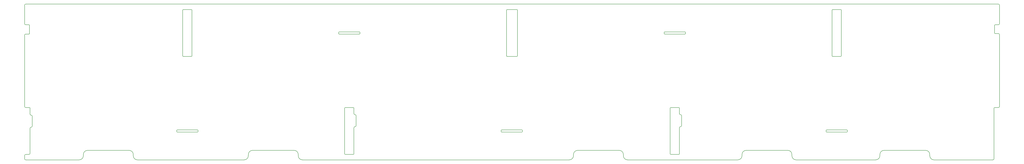
<source format=gbr>
%TF.GenerationSoftware,KiCad,Pcbnew,5.1.9*%
%TF.CreationDate,2021-03-05T10:38:49+01:00*%
%TF.ProjectId,CellsBoard,43656c6c-7342-46f6-9172-642e6b696361,rev?*%
%TF.SameCoordinates,Original*%
%TF.FileFunction,Profile,NP*%
%FSLAX46Y46*%
G04 Gerber Fmt 4.6, Leading zero omitted, Abs format (unit mm)*
G04 Created by KiCad (PCBNEW 5.1.9) date 2021-03-05 10:38:49*
%MOMM*%
%LPD*%
G01*
G04 APERTURE LIST*
%TA.AperFunction,Profile*%
%ADD10C,0.200000*%
%TD*%
G04 APERTURE END LIST*
D10*
X458189500Y-176749420D02*
X421801500Y-176751500D01*
X318163500Y-176750500D02*
X196206500Y-176749500D01*
X69750000Y-176750000D02*
X94194000Y-176750000D01*
X460094500Y-174844420D02*
G75*
G02*
X458189500Y-176749420I-1905000J0D01*
G01*
X460106500Y-174272420D02*
G75*
G02*
X462011500Y-172367420I1905000J0D01*
G01*
X482903000Y-174843920D02*
X482903000Y-174272420D01*
X484808000Y-176748920D02*
G75*
G02*
X482903000Y-174843920I0J1905000D01*
G01*
X480998000Y-172367420D02*
X462011500Y-172367420D01*
X480998000Y-172367420D02*
G75*
G02*
X482903000Y-174272420I0J-1905000D01*
G01*
X460106500Y-174272420D02*
X460094500Y-174844420D01*
X397088000Y-174847000D02*
G75*
G02*
X395183000Y-176752000I-1905000J0D01*
G01*
X397100000Y-174275000D02*
G75*
G02*
X399005000Y-172370000I1905000J0D01*
G01*
X419896500Y-174846500D02*
X419896500Y-174275000D01*
X421801500Y-176751500D02*
G75*
G02*
X419896500Y-174846500I0J1905000D01*
G01*
X417991500Y-172370000D02*
X399005000Y-172370000D01*
X417991500Y-172370000D02*
G75*
G02*
X419896500Y-174275000I0J-1905000D01*
G01*
X397100000Y-174275000D02*
X397088000Y-174847000D01*
X320068500Y-174845500D02*
G75*
G02*
X318163500Y-176750500I-1905000J0D01*
G01*
X320080500Y-174273500D02*
G75*
G02*
X321985500Y-172368500I1905000J0D01*
G01*
X342877000Y-174845000D02*
X342877000Y-174273500D01*
X344782000Y-176750000D02*
G75*
G02*
X342877000Y-174845000I0J1905000D01*
G01*
X340972000Y-172368500D02*
X321985500Y-172368500D01*
X340972000Y-172368500D02*
G75*
G02*
X342877000Y-174273500I0J-1905000D01*
G01*
X320080500Y-174273500D02*
X320068500Y-174845500D01*
X96099000Y-174845000D02*
G75*
G02*
X94194000Y-176750000I-1905000J0D01*
G01*
X96100000Y-174280000D02*
G75*
G02*
X98005000Y-172375000I1905000J0D01*
G01*
X118905000Y-174845000D02*
X118910000Y-174280500D01*
X120810000Y-176750000D02*
G75*
G02*
X118905000Y-174845000I0J1905000D01*
G01*
X117005000Y-172375500D02*
X98005000Y-172375000D01*
X117005000Y-172375500D02*
G75*
G02*
X118910000Y-174280500I0J-1905000D01*
G01*
X96100000Y-174280000D02*
X96099000Y-174845000D01*
X171505000Y-174273000D02*
X171493000Y-174845000D01*
X171493000Y-174845000D02*
G75*
G02*
X169588000Y-176750000I-1905000J0D01*
G01*
X171505000Y-174273000D02*
G75*
G02*
X173410000Y-172368000I1905000J0D01*
G01*
X194301500Y-174844500D02*
X194301500Y-174273000D01*
X196206500Y-176749500D02*
G75*
G02*
X194301500Y-174844500I0J1905000D01*
G01*
X192396500Y-172368000D02*
G75*
G02*
X194301500Y-174273000I0J-1905000D01*
G01*
X192396500Y-172368000D02*
X173410000Y-172368000D01*
X445250000Y-163750000D02*
G75*
G02*
X445000000Y-164000000I-250000J0D01*
G01*
X435500000Y-163750000D02*
X435500000Y-163250000D01*
X435500000Y-163250000D02*
G75*
G02*
X435750000Y-163000000I250000J0D01*
G01*
X445000000Y-164000000D02*
X435750000Y-164000000D01*
X445250000Y-163750000D02*
X445250000Y-163250000D01*
X445000000Y-163000000D02*
G75*
G02*
X445250000Y-163250000I0J-250000D01*
G01*
X445000000Y-163000000D02*
X435750000Y-163000000D01*
X435750000Y-164000000D02*
G75*
G02*
X435500000Y-163750000I0J250000D01*
G01*
X371250000Y-118750000D02*
X371250000Y-118250000D01*
X361500000Y-118750000D02*
X361500000Y-118250000D01*
X371000000Y-119000000D02*
X361750000Y-119000000D01*
X361500000Y-118250000D02*
G75*
G02*
X361750000Y-118000000I250000J0D01*
G01*
X371000000Y-118000000D02*
G75*
G02*
X371250000Y-118250000I0J-250000D01*
G01*
X371000000Y-118000000D02*
X361750000Y-118000000D01*
X361750000Y-119000000D02*
G75*
G02*
X361500000Y-118750000I0J250000D01*
G01*
X371250000Y-118750000D02*
G75*
G02*
X371000000Y-119000000I-250000J0D01*
G01*
X296750000Y-163750000D02*
X296750000Y-163250000D01*
X287000000Y-163750000D02*
X287000000Y-163250000D01*
X296500000Y-164000000D02*
X287250000Y-164000000D01*
X287250000Y-164000000D02*
G75*
G02*
X287000000Y-163750000I0J250000D01*
G01*
X296750000Y-163750000D02*
G75*
G02*
X296500000Y-164000000I-250000J0D01*
G01*
X296500000Y-163000000D02*
X287250000Y-163000000D01*
X287000000Y-163250000D02*
G75*
G02*
X287250000Y-163000000I250000J0D01*
G01*
X296500000Y-163000000D02*
G75*
G02*
X296750000Y-163250000I0J-250000D01*
G01*
X222250000Y-118000000D02*
G75*
G02*
X222500000Y-118250000I0J-250000D01*
G01*
X212750000Y-118750000D02*
X212750000Y-118250000D01*
X222500000Y-118750000D02*
G75*
G02*
X222250000Y-119000000I-250000J0D01*
G01*
X222250000Y-119000000D02*
X213000000Y-119000000D01*
X222250000Y-118000000D02*
X213000000Y-118000000D01*
X212750000Y-118250000D02*
G75*
G02*
X213000000Y-118000000I250000J0D01*
G01*
X222500000Y-118750000D02*
X222500000Y-118250000D01*
X213000000Y-119000000D02*
G75*
G02*
X212750000Y-118750000I0J250000D01*
G01*
X69750000Y-174250000D02*
X71250000Y-174250000D01*
X69250000Y-174750000D02*
X69250000Y-176250000D01*
X69250000Y-174750000D02*
G75*
G02*
X69750000Y-174250000I500000J0D01*
G01*
X71750000Y-173750000D02*
G75*
G02*
X71250000Y-174250000I-500000J0D01*
G01*
X148250000Y-163000000D02*
G75*
G02*
X148500000Y-163250000I0J-250000D01*
G01*
X148250000Y-163000000D02*
X139000000Y-163000000D01*
X138750000Y-163250000D02*
G75*
G02*
X139000000Y-163000000I250000J0D01*
G01*
X148500000Y-163750000D02*
X148500000Y-163250000D01*
X139000000Y-164000000D02*
G75*
G02*
X138750000Y-163750000I0J250000D01*
G01*
X138750000Y-163750000D02*
X138750000Y-163250000D01*
X148500000Y-163750000D02*
G75*
G02*
X148250000Y-164000000I-250000J0D01*
G01*
X148250000Y-164000000D02*
X139000000Y-164000000D01*
X369500000Y-161000000D02*
X369500000Y-156500000D01*
X72750000Y-161250000D02*
X72750000Y-156750000D01*
X512500000Y-118500000D02*
X512500000Y-115000000D01*
X512750000Y-118750000D02*
G75*
G02*
X512500000Y-118500000I0J250000D01*
G01*
X514750000Y-114250000D02*
G75*
G02*
X514250000Y-114750000I-500000J0D01*
G01*
X514250000Y-118750000D02*
G75*
G02*
X514750000Y-119250000I0J-500000D01*
G01*
X514250000Y-114750000D02*
X512750000Y-114750000D01*
X512500000Y-115000000D02*
G75*
G02*
X512750000Y-114750000I250000J0D01*
G01*
X514250000Y-118750000D02*
X512750000Y-118750000D01*
X71500000Y-115000000D02*
X71500000Y-118750000D01*
X71250000Y-114750000D02*
G75*
G02*
X71500000Y-115000000I0J-250000D01*
G01*
X71500000Y-118750000D02*
G75*
G02*
X71250000Y-119000000I-250000J0D01*
G01*
X69750000Y-119000000D02*
X71250000Y-119000000D01*
X69750000Y-114750000D02*
X71250000Y-114750000D01*
X219750000Y-162000000D02*
G75*
G02*
X220250000Y-161500000I500000J0D01*
G01*
X220250000Y-156000000D02*
G75*
G02*
X219750000Y-155500000I0J500000D01*
G01*
X220750000Y-161000000D02*
X220750000Y-156500000D01*
X220750000Y-161000000D02*
G75*
G02*
X220250000Y-161500000I-500000J0D01*
G01*
X220250000Y-156000000D02*
G75*
G02*
X220750000Y-156500000I0J-500000D01*
G01*
X219500000Y-174250000D02*
X215750000Y-174250000D01*
X219750000Y-174000000D02*
G75*
G02*
X219500000Y-174250000I-250000J0D01*
G01*
X215750000Y-174250000D02*
G75*
G02*
X215500000Y-174000000I0J250000D01*
G01*
X368250000Y-174250000D02*
X364500000Y-174250000D01*
X368500000Y-174000000D02*
G75*
G02*
X368250000Y-174250000I-250000J0D01*
G01*
X364500000Y-174250000D02*
G75*
G02*
X364250000Y-174000000I0J250000D01*
G01*
X289500000Y-108000000D02*
G75*
G02*
X289750000Y-107750000I250000J0D01*
G01*
X289750000Y-107750000D02*
X294250000Y-107750000D01*
X294250000Y-107750000D02*
G75*
G02*
X294500000Y-108000000I0J-250000D01*
G01*
X438500000Y-107750000D02*
X442250000Y-107750000D01*
X438250000Y-108000000D02*
G75*
G02*
X438500000Y-107750000I250000J0D01*
G01*
X442250000Y-107750000D02*
G75*
G02*
X442500000Y-108000000I0J-250000D01*
G01*
X145500000Y-107750000D02*
G75*
G02*
X145750000Y-108000000I0J-250000D01*
G01*
X141500000Y-108000000D02*
G75*
G02*
X141750000Y-107750000I250000J0D01*
G01*
X141750000Y-107750000D02*
X145500000Y-107750000D01*
X368250000Y-152750000D02*
G75*
G02*
X368500000Y-153000000I0J-250000D01*
G01*
X364250000Y-153000000D02*
G75*
G02*
X364500000Y-152750000I250000J0D01*
G01*
X215500000Y-153000000D02*
G75*
G02*
X215750000Y-152750000I250000J0D01*
G01*
X219500000Y-152750000D02*
G75*
G02*
X219750000Y-153000000I0J-250000D01*
G01*
X71500000Y-152750000D02*
G75*
G02*
X71750000Y-153000000I0J-250000D01*
G01*
X141750000Y-129250000D02*
G75*
G02*
X141500000Y-129000000I0J250000D01*
G01*
X145750000Y-129000000D02*
G75*
G02*
X145500000Y-129250000I-250000J0D01*
G01*
X294500000Y-129000000D02*
G75*
G02*
X294250000Y-129250000I-250000J0D01*
G01*
X289750000Y-129250000D02*
G75*
G02*
X289500000Y-129000000I0J250000D01*
G01*
X442500000Y-129000000D02*
G75*
G02*
X442250000Y-129250000I-250000J0D01*
G01*
X438500000Y-129250000D02*
G75*
G02*
X438250000Y-129000000I0J250000D01*
G01*
X514250000Y-105250000D02*
G75*
G02*
X514750000Y-105750000I0J-500000D01*
G01*
X514750000Y-152250000D02*
G75*
G02*
X514250000Y-152750000I-500000J0D01*
G01*
X294250000Y-129250000D02*
X289750000Y-129250000D01*
X294500000Y-108000000D02*
X294500000Y-129000000D01*
X289500000Y-108000000D02*
X289500000Y-129000000D01*
X141500000Y-108000000D02*
X141500000Y-129000000D01*
X145750000Y-108000000D02*
X145750000Y-129000000D01*
X145500000Y-129250000D02*
X141750000Y-129250000D01*
X512250000Y-153000000D02*
G75*
G02*
X512500000Y-152750000I250000J0D01*
G01*
X512250000Y-176250000D02*
G75*
G02*
X511750000Y-176750000I-500000J0D01*
G01*
X438250000Y-108000000D02*
X438250000Y-129000000D01*
X442250000Y-129250000D02*
X438500000Y-129250000D01*
X442500000Y-108000000D02*
X442500000Y-129000000D01*
X364250000Y-174000000D02*
X364250000Y-153000000D01*
X364500000Y-152750000D02*
X368250000Y-152750000D01*
X368500000Y-174000000D02*
X368500000Y-162000000D01*
X368500000Y-155500000D02*
X368500000Y-153000000D01*
X369000000Y-156000000D02*
G75*
G02*
X369500000Y-156500000I0J-500000D01*
G01*
X369500000Y-161000000D02*
G75*
G02*
X369000000Y-161500000I-500000J0D01*
G01*
X369000000Y-156000000D02*
G75*
G02*
X368500000Y-155500000I0J500000D01*
G01*
X368500000Y-162000000D02*
G75*
G02*
X369000000Y-161500000I500000J0D01*
G01*
X219750000Y-155500000D02*
X219750000Y-153000000D01*
X71750000Y-162250000D02*
X71750000Y-173750000D01*
X71750000Y-162250000D02*
G75*
G02*
X72250000Y-161750000I500000J0D01*
G01*
X72250000Y-156250000D02*
G75*
G02*
X72750000Y-156750000I0J-500000D01*
G01*
X72250000Y-156250000D02*
G75*
G02*
X71750000Y-155750000I0J500000D01*
G01*
X69750000Y-176750000D02*
G75*
G02*
X69250000Y-176250000I0J500000D01*
G01*
X69750000Y-152750000D02*
G75*
G02*
X69250000Y-152250000I0J500000D01*
G01*
X69250000Y-119500000D02*
G75*
G02*
X69750000Y-119000000I500000J0D01*
G01*
X69250000Y-105750000D02*
G75*
G02*
X69750000Y-105250000I500000J0D01*
G01*
X69750000Y-114750000D02*
G75*
G02*
X69250000Y-114250000I0J500000D01*
G01*
X69250000Y-105750000D02*
X69250000Y-114250000D01*
X512500000Y-152750000D02*
X514250000Y-152750000D01*
X215500000Y-174000000D02*
X215500000Y-153000000D01*
X69750000Y-152750000D02*
X71500000Y-152750000D01*
X484808000Y-176748920D02*
X511750000Y-176750000D01*
X514750000Y-114250000D02*
X514750000Y-105750000D01*
X215750000Y-152750000D02*
X219500000Y-152750000D01*
X71750000Y-153000000D02*
X71750000Y-155750000D01*
X514250000Y-105250000D02*
X69750000Y-105250000D01*
X344782000Y-176750000D02*
X395183000Y-176752000D01*
X69250000Y-119500000D02*
X69250000Y-152250000D01*
X120810000Y-176750000D02*
X169588000Y-176750000D01*
X514750000Y-152250000D02*
X514750000Y-119250000D01*
X512250000Y-176250000D02*
X512250000Y-153000000D01*
X219750000Y-174000000D02*
X219750000Y-162000000D01*
X72750000Y-161250000D02*
G75*
G02*
X72250000Y-161750000I-500000J0D01*
G01*
M02*

</source>
